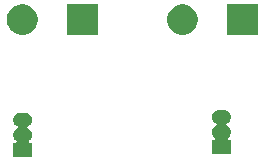
<source format=gbr>
G04 #@! TF.GenerationSoftware,KiCad,Pcbnew,(5.1.5)-3*
G04 #@! TF.CreationDate,2020-12-06T22:53:45+02:00*
G04 #@! TF.ProjectId,Single_transistor_AMP,53696e67-6c65-45f7-9472-616e73697374,V1.0*
G04 #@! TF.SameCoordinates,Original*
G04 #@! TF.FileFunction,Soldermask,Bot*
G04 #@! TF.FilePolarity,Negative*
%FSLAX46Y46*%
G04 Gerber Fmt 4.6, Leading zero omitted, Abs format (unit mm)*
G04 Created by KiCad (PCBNEW (5.1.5)-3) date 2020-12-06 22:53:45*
%MOMM*%
%LPD*%
G04 APERTURE LIST*
%ADD10C,0.100000*%
G04 APERTURE END LIST*
D10*
G36*
X138056716Y-112475034D02*
G01*
X138165292Y-112507971D01*
X138165295Y-112507972D01*
X138201401Y-112527271D01*
X138265357Y-112561456D01*
X138353064Y-112633436D01*
X138425044Y-112721143D01*
X138459229Y-112785099D01*
X138478528Y-112821205D01*
X138478529Y-112821208D01*
X138511466Y-112929784D01*
X138522587Y-113042700D01*
X138511466Y-113155616D01*
X138490914Y-113223364D01*
X138478528Y-113264195D01*
X138461878Y-113295344D01*
X138425044Y-113364257D01*
X138353064Y-113451964D01*
X138265357Y-113523944D01*
X138183941Y-113567461D01*
X138163566Y-113581075D01*
X138146239Y-113598402D01*
X138132626Y-113618776D01*
X138123248Y-113641415D01*
X138118468Y-113665448D01*
X138118468Y-113689952D01*
X138123248Y-113713985D01*
X138132626Y-113736624D01*
X138146240Y-113756999D01*
X138163567Y-113774326D01*
X138183941Y-113787939D01*
X138265357Y-113831456D01*
X138353064Y-113903436D01*
X138425044Y-113991143D01*
X138459229Y-114055099D01*
X138478528Y-114091205D01*
X138478529Y-114091208D01*
X138511466Y-114199784D01*
X138522587Y-114312700D01*
X138511466Y-114425616D01*
X138490914Y-114493364D01*
X138478528Y-114534195D01*
X138461878Y-114565344D01*
X138425044Y-114634257D01*
X138353064Y-114721964D01*
X138276154Y-114785083D01*
X138258835Y-114802402D01*
X138245221Y-114822777D01*
X138235843Y-114845416D01*
X138231063Y-114869449D01*
X138231063Y-114893953D01*
X138235843Y-114917986D01*
X138245221Y-114940625D01*
X138258834Y-114960999D01*
X138276161Y-114978326D01*
X138296536Y-114991940D01*
X138319175Y-115001318D01*
X138343208Y-115006098D01*
X138355460Y-115006700D01*
X138519800Y-115006700D01*
X138519800Y-116158700D01*
X136917800Y-116158700D01*
X136917800Y-115006700D01*
X137082140Y-115006700D01*
X137106526Y-115004298D01*
X137129975Y-114997185D01*
X137151586Y-114985634D01*
X137170528Y-114970089D01*
X137186073Y-114951147D01*
X137197624Y-114929536D01*
X137204737Y-114906087D01*
X137207139Y-114881701D01*
X137204737Y-114857315D01*
X137197624Y-114833866D01*
X137186073Y-114812255D01*
X137170528Y-114793313D01*
X137161455Y-114785091D01*
X137084536Y-114721964D01*
X137012556Y-114634257D01*
X136975722Y-114565344D01*
X136959072Y-114534195D01*
X136946686Y-114493364D01*
X136926134Y-114425616D01*
X136915013Y-114312700D01*
X136926134Y-114199784D01*
X136959071Y-114091208D01*
X136959072Y-114091205D01*
X136978371Y-114055099D01*
X137012556Y-113991143D01*
X137084536Y-113903436D01*
X137172243Y-113831456D01*
X137253659Y-113787939D01*
X137274034Y-113774325D01*
X137291361Y-113756998D01*
X137304974Y-113736624D01*
X137314352Y-113713985D01*
X137319132Y-113689952D01*
X137319132Y-113665448D01*
X137314352Y-113641415D01*
X137304974Y-113618776D01*
X137291360Y-113598401D01*
X137274033Y-113581074D01*
X137253659Y-113567461D01*
X137172243Y-113523944D01*
X137084536Y-113451964D01*
X137012556Y-113364257D01*
X136975722Y-113295344D01*
X136959072Y-113264195D01*
X136946686Y-113223364D01*
X136926134Y-113155616D01*
X136915013Y-113042700D01*
X136926134Y-112929784D01*
X136959071Y-112821208D01*
X136959072Y-112821205D01*
X136978371Y-112785099D01*
X137012556Y-112721143D01*
X137084536Y-112633436D01*
X137172243Y-112561456D01*
X137236199Y-112527271D01*
X137272305Y-112507972D01*
X137272308Y-112507971D01*
X137380884Y-112475034D01*
X137465502Y-112466700D01*
X137972098Y-112466700D01*
X138056716Y-112475034D01*
G37*
G36*
X154896916Y-112246434D02*
G01*
X155005492Y-112279371D01*
X155005495Y-112279372D01*
X155041601Y-112298671D01*
X155105557Y-112332856D01*
X155193264Y-112404836D01*
X155265244Y-112492543D01*
X155299429Y-112556499D01*
X155318728Y-112592605D01*
X155318729Y-112592608D01*
X155351666Y-112701184D01*
X155362787Y-112814100D01*
X155351666Y-112927016D01*
X155318729Y-113035592D01*
X155318728Y-113035595D01*
X155314930Y-113042700D01*
X155265244Y-113135657D01*
X155193264Y-113223364D01*
X155105557Y-113295344D01*
X155024141Y-113338861D01*
X155003766Y-113352475D01*
X154986439Y-113369802D01*
X154972826Y-113390176D01*
X154963448Y-113412815D01*
X154958668Y-113436848D01*
X154958668Y-113461352D01*
X154963448Y-113485385D01*
X154972826Y-113508024D01*
X154986440Y-113528399D01*
X155003767Y-113545726D01*
X155024141Y-113559339D01*
X155105557Y-113602856D01*
X155193264Y-113674836D01*
X155265244Y-113762543D01*
X155278818Y-113787939D01*
X155318728Y-113862605D01*
X155318729Y-113862608D01*
X155351666Y-113971184D01*
X155362787Y-114084100D01*
X155351666Y-114197016D01*
X155318729Y-114305592D01*
X155318728Y-114305595D01*
X155314930Y-114312700D01*
X155265244Y-114405657D01*
X155193264Y-114493364D01*
X155116354Y-114556483D01*
X155099035Y-114573802D01*
X155085421Y-114594177D01*
X155076043Y-114616816D01*
X155071263Y-114640849D01*
X155071263Y-114665353D01*
X155076043Y-114689386D01*
X155085421Y-114712025D01*
X155099034Y-114732399D01*
X155116361Y-114749726D01*
X155136736Y-114763340D01*
X155159375Y-114772718D01*
X155183408Y-114777498D01*
X155195660Y-114778100D01*
X155360000Y-114778100D01*
X155360000Y-115930100D01*
X153758000Y-115930100D01*
X153758000Y-114778100D01*
X153922340Y-114778100D01*
X153946726Y-114775698D01*
X153970175Y-114768585D01*
X153991786Y-114757034D01*
X154010728Y-114741489D01*
X154026273Y-114722547D01*
X154037824Y-114700936D01*
X154044937Y-114677487D01*
X154047339Y-114653101D01*
X154044937Y-114628715D01*
X154037824Y-114605266D01*
X154026273Y-114583655D01*
X154010728Y-114564713D01*
X154001655Y-114556491D01*
X153924736Y-114493364D01*
X153852756Y-114405657D01*
X153803070Y-114312700D01*
X153799272Y-114305595D01*
X153799271Y-114305592D01*
X153766334Y-114197016D01*
X153755213Y-114084100D01*
X153766334Y-113971184D01*
X153799271Y-113862608D01*
X153799272Y-113862605D01*
X153839182Y-113787939D01*
X153852756Y-113762543D01*
X153924736Y-113674836D01*
X154012443Y-113602856D01*
X154093859Y-113559339D01*
X154114234Y-113545725D01*
X154131561Y-113528398D01*
X154145174Y-113508024D01*
X154154552Y-113485385D01*
X154159332Y-113461352D01*
X154159332Y-113436848D01*
X154154552Y-113412815D01*
X154145174Y-113390176D01*
X154131560Y-113369801D01*
X154114233Y-113352474D01*
X154093859Y-113338861D01*
X154012443Y-113295344D01*
X153924736Y-113223364D01*
X153852756Y-113135657D01*
X153803070Y-113042700D01*
X153799272Y-113035595D01*
X153799271Y-113035592D01*
X153766334Y-112927016D01*
X153755213Y-112814100D01*
X153766334Y-112701184D01*
X153799271Y-112592608D01*
X153799272Y-112592605D01*
X153818571Y-112556499D01*
X153852756Y-112492543D01*
X153924736Y-112404836D01*
X154012443Y-112332856D01*
X154076399Y-112298671D01*
X154112505Y-112279372D01*
X154112508Y-112279371D01*
X154221084Y-112246434D01*
X154305702Y-112238100D01*
X154812298Y-112238100D01*
X154896916Y-112246434D01*
G37*
G36*
X157638000Y-105860100D02*
G01*
X155036000Y-105860100D01*
X155036000Y-103258100D01*
X157638000Y-103258100D01*
X157638000Y-105860100D01*
G37*
G36*
X151636487Y-103308096D02*
G01*
X151873253Y-103406168D01*
X151873255Y-103406169D01*
X152086339Y-103548547D01*
X152267553Y-103729761D01*
X152409932Y-103942847D01*
X152508004Y-104179613D01*
X152558000Y-104430961D01*
X152558000Y-104687239D01*
X152508004Y-104938587D01*
X152409932Y-105175353D01*
X152409931Y-105175355D01*
X152267553Y-105388439D01*
X152086339Y-105569653D01*
X151873255Y-105712031D01*
X151873254Y-105712032D01*
X151873253Y-105712032D01*
X151636487Y-105810104D01*
X151385139Y-105860100D01*
X151128861Y-105860100D01*
X150877513Y-105810104D01*
X150640747Y-105712032D01*
X150640746Y-105712032D01*
X150640745Y-105712031D01*
X150427661Y-105569653D01*
X150246447Y-105388439D01*
X150104069Y-105175355D01*
X150104068Y-105175353D01*
X150005996Y-104938587D01*
X149956000Y-104687239D01*
X149956000Y-104430961D01*
X150005996Y-104179613D01*
X150104068Y-103942847D01*
X150246447Y-103729761D01*
X150427661Y-103548547D01*
X150640745Y-103406169D01*
X150640747Y-103406168D01*
X150877513Y-103308096D01*
X151128861Y-103258100D01*
X151385139Y-103258100D01*
X151636487Y-103308096D01*
G37*
G36*
X144074400Y-105860100D02*
G01*
X141472400Y-105860100D01*
X141472400Y-103258100D01*
X144074400Y-103258100D01*
X144074400Y-105860100D01*
G37*
G36*
X138072887Y-103308096D02*
G01*
X138309653Y-103406168D01*
X138309655Y-103406169D01*
X138522739Y-103548547D01*
X138703953Y-103729761D01*
X138846332Y-103942847D01*
X138944404Y-104179613D01*
X138994400Y-104430961D01*
X138994400Y-104687239D01*
X138944404Y-104938587D01*
X138846332Y-105175353D01*
X138846331Y-105175355D01*
X138703953Y-105388439D01*
X138522739Y-105569653D01*
X138309655Y-105712031D01*
X138309654Y-105712032D01*
X138309653Y-105712032D01*
X138072887Y-105810104D01*
X137821539Y-105860100D01*
X137565261Y-105860100D01*
X137313913Y-105810104D01*
X137077147Y-105712032D01*
X137077146Y-105712032D01*
X137077145Y-105712031D01*
X136864061Y-105569653D01*
X136682847Y-105388439D01*
X136540469Y-105175355D01*
X136540468Y-105175353D01*
X136442396Y-104938587D01*
X136392400Y-104687239D01*
X136392400Y-104430961D01*
X136442396Y-104179613D01*
X136540468Y-103942847D01*
X136682847Y-103729761D01*
X136864061Y-103548547D01*
X137077145Y-103406169D01*
X137077147Y-103406168D01*
X137313913Y-103308096D01*
X137565261Y-103258100D01*
X137821539Y-103258100D01*
X138072887Y-103308096D01*
G37*
M02*

</source>
